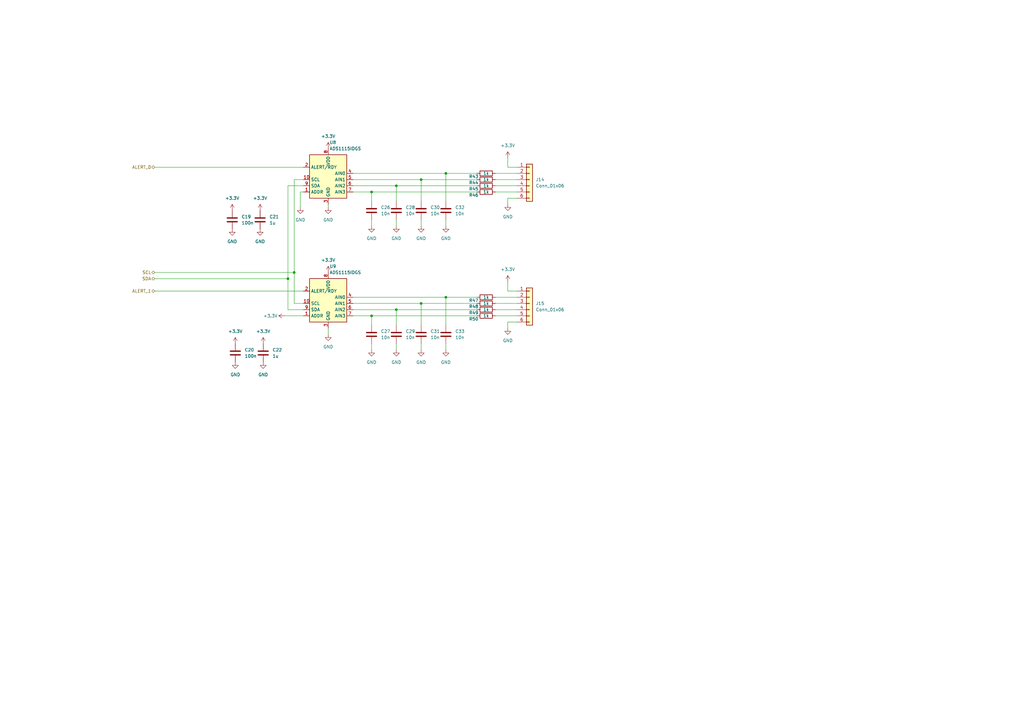
<source format=kicad_sch>
(kicad_sch (version 20211123) (generator eeschema)
  (paper "A3")
  (lib_symbols
    (symbol "Analog_ADC:ADS1115IDGS"
      (property "Reference" "U" (at 2.54 13.97 0))
      (property "Value" "ADS1115IDGS" (at 7.62 11.43 0))
      (symbol "ADS1115IDGS_0_1"
        (rectangle (start -7.62 10.16) (end 7.62 -7.62) (stroke (width 0.254)) (fill (type background)))
      )
      (symbol "ADS1115IDGS_1_1"
        (pin input line (at 10.16 -5.08 180) (length 2.54) (name "ADDR") (number "1"))
        (pin input line (at 10.16 0 180) (length 2.54) (name "SCL") (number "10"))
        (pin output line (at 10.16 5.08 180) (length 2.54) (name "ALERT/RDY") (number "2"))
        (pin power_in line (at 0 -10.16 90) (length 2.54) (name "GND") (number "3"))
        (pin input line (at -10.16 2.54 0) (length 2.54) (name "AIN0") (number "4"))
        (pin input line (at -10.16 0 0) (length 2.54) (name "AIN1") (number "5"))
        (pin input line (at -10.16 -2.54 0) (length 2.54) (name "AIN2") (number "6"))
        (pin input line (at -10.16 -5.08 0) (length 2.54) (name "AIN3") (number "7"))
        (pin power_in line (at 0 12.7 270) (length 2.54) (name "VDD") (number "8"))
        (pin bidirectional line (at 10.16 -2.54 180) (length 2.54) (name "SDA") (number "9"))
      )
    )
    (symbol "Connector_Generic:Conn_01x06" (pin_names (offset 1.016) hide)
      (property "Reference" "J" (at 0 7.62 0))
      (property "Value" "Conn_01x06" (at 0 -10.16 0))
      (symbol "Conn_01x06_1_1"
        (rectangle (start -1.27 -7.493) (end 0 -7.747) (stroke (width 0.1524)))
        (rectangle (start -1.27 -4.953) (end 0 -5.207) (stroke (width 0.1524)))
        (rectangle (start -1.27 -2.413) (end 0 -2.667) (stroke (width 0.1524)))
        (rectangle (start -1.27 0.127) (end 0 -0.127) (stroke (width 0.1524)))
        (rectangle (start -1.27 2.667) (end 0 2.413) (stroke (width 0.1524)))
        (rectangle (start -1.27 5.207) (end 0 4.953) (stroke (width 0.1524)))
        (rectangle (start -1.27 6.35) (end 1.27 -8.89) (stroke (width 0.254)) (fill (type background)))
        (pin passive line (at -5.08 5.08 0) (length 3.81) (name "Pin_1") (number "1"))
        (pin passive line (at -5.08 2.54 0) (length 3.81) (name "Pin_2") (number "2"))
        (pin passive line (at -5.08 0 0) (length 3.81) (name "Pin_3") (number "3"))
        (pin passive line (at -5.08 -2.54 0) (length 3.81) (name "Pin_4") (number "4"))
        (pin passive line (at -5.08 -5.08 0) (length 3.81) (name "Pin_5") (number "5"))
        (pin passive line (at -5.08 -7.62 0) (length 3.81) (name "Pin_6") (number "6"))
      )
    )
    (symbol "Device:C" (pin_numbers hide) (pin_names (offset 0.254))
      (property "Reference" "C" (at 0.635 2.54 0))
      (property "Value" "C" (at 0.635 -2.54 0))
      (symbol "C_0_1"
        (polyline (pts (xy -2.032 -0.762) (xy 2.032 -0.762)) (stroke (width 0.508)))
        (polyline (pts (xy -2.032 0.762) (xy 2.032 0.762)) (stroke (width 0.508)))
      )
      (symbol "C_1_1"
        (pin passive line (at 0 3.81 270) (length 2.794) (name "~") (number "1"))
        (pin passive line (at 0 -3.81 90) (length 2.794) (name "~") (number "2"))
      )
    )
    (symbol "Device:R" (pin_numbers hide) (pin_names (offset 0))
      (property "Reference" "R" (at 2.032 0 90))
      (property "Value" "R" (at 0 0 90))
      (symbol "R_0_1"
        (rectangle (start -1.016 -2.54) (end 1.016 2.54) (stroke (width 0.254)))
      )
      (symbol "R_1_1"
        (pin passive line (at 0 3.81 270) (length 1.27) (name "~") (number "1"))
        (pin passive line (at 0 -3.81 90) (length 1.27) (name "~") (number "2"))
      )
    )
    (symbol "power:+3.3V" (power) (pin_names (offset 0))
      (property "Value" "+3.3V" (at 0 3.556 0))
      (symbol "+3.3V_0_1"
        (polyline (pts (xy -0.762 1.27) (xy 0 2.54)))
        (polyline (pts (xy 0 0) (xy 0 2.54)))
        (polyline (pts (xy 0 2.54) (xy 0.762 1.27)))
      )
      (symbol "+3.3V_1_1"
        (pin power_in line (at 0 0 90) (length 0) hide (name "+3.3V") (number "1"))
      )
    )
    (symbol "power:GND" (power) (pin_names (offset 0))
      (property "Value" "GND" (at 0 -3.81 0))
      (symbol "GND_0_1"
        (polyline (pts (xy 0 0) (xy 0 -1.27) (xy 1.27 -1.27) (xy 0 -2.54) (xy -1.27 -1.27) (xy 0 -1.27)))
      )
      (symbol "GND_1_1"
        (pin power_in line (at 0 0 270) (length 0) hide (name "GND") (number "1"))
      )
    )
  )
  (junction (at 162.56 76.2))
  (junction (at 172.72 124.46))
  (junction (at 118.11 114.3))
  (junction (at 120.65 111.76))
  (junction (at 152.4 78.74))
  (junction (at 162.56 127))
  (junction (at 182.88 121.92))
  (junction (at 172.72 73.66))
  (junction (at 152.4 129.54))
  (junction (at 182.88 71.12))
  (wire (pts (xy 162.56 127) (xy 162.56 133.35)))
  (wire (pts (xy 144.78 121.92) (xy 182.88 121.92)))
  (wire (pts (xy 144.78 78.74) (xy 152.4 78.74)))
  (wire (pts (xy 152.4 129.54) (xy 152.4 133.35)))
  (wire (pts (xy 134.62 85.09) (xy 134.62 83.82)))
  (wire (pts (xy 172.72 124.46) (xy 172.72 133.35)))
  (wire (pts (xy 212.09 81.28) (xy 208.28 81.28)))
  (wire (pts (xy 212.09 71.12) (xy 203.2 71.12)))
  (wire (pts (xy 120.65 124.46) (xy 120.65 111.76)))
  (wire (pts (xy 124.46 76.2) (xy 118.11 76.2)))
  (wire (pts (xy 118.11 127) (xy 124.46 127)))
  (wire (pts (xy 120.65 73.66) (xy 120.65 111.76)))
  (wire (pts (xy 182.88 121.92) (xy 182.88 133.35)))
  (wire (pts (xy 212.09 68.58) (xy 208.28 68.58)))
  (wire (pts (xy 162.56 76.2) (xy 162.56 82.55)))
  (wire (pts (xy 144.78 71.12) (xy 182.88 71.12)))
  (wire (pts (xy 124.46 73.66) (xy 120.65 73.66)))
  (wire (pts (xy 63.5 68.58) (xy 124.46 68.58)))
  (wire (pts (xy 172.72 73.66) (xy 195.58 73.66)))
  (wire (pts (xy 144.78 73.66) (xy 172.72 73.66)))
  (wire (pts (xy 144.78 127) (xy 162.56 127)))
  (wire (pts (xy 162.56 127) (xy 195.58 127)))
  (wire (pts (xy 182.88 71.12) (xy 195.58 71.12)))
  (wire (pts (xy 208.28 68.58) (xy 208.28 64.77)))
  (wire (pts (xy 182.88 90.17) (xy 182.88 92.71)))
  (wire (pts (xy 152.4 90.17) (xy 152.4 92.71)))
  (wire (pts (xy 63.5 119.38) (xy 124.46 119.38)))
  (wire (pts (xy 144.78 129.54) (xy 152.4 129.54)))
  (wire (pts (xy 152.4 140.97) (xy 152.4 143.51)))
  (wire (pts (xy 212.09 129.54) (xy 203.2 129.54)))
  (wire (pts (xy 172.72 73.66) (xy 172.72 82.55)))
  (wire (pts (xy 212.09 132.08) (xy 208.28 132.08)))
  (wire (pts (xy 212.09 76.2) (xy 203.2 76.2)))
  (wire (pts (xy 152.4 78.74) (xy 152.4 82.55)))
  (wire (pts (xy 212.09 119.38) (xy 208.28 119.38)))
  (wire (pts (xy 144.78 76.2) (xy 162.56 76.2)))
  (wire (pts (xy 208.28 132.08) (xy 208.28 134.62)))
  (wire (pts (xy 172.72 124.46) (xy 195.58 124.46)))
  (wire (pts (xy 172.72 90.17) (xy 172.72 92.71)))
  (wire (pts (xy 116.84 129.54) (xy 124.46 129.54)))
  (wire (pts (xy 212.09 78.74) (xy 203.2 78.74)))
  (wire (pts (xy 212.09 127) (xy 203.2 127)))
  (wire (pts (xy 162.56 76.2) (xy 195.58 76.2)))
  (wire (pts (xy 182.88 121.92) (xy 195.58 121.92)))
  (wire (pts (xy 124.46 124.46) (xy 120.65 124.46)))
  (wire (pts (xy 212.09 124.46) (xy 203.2 124.46)))
  (wire (pts (xy 152.4 129.54) (xy 195.58 129.54)))
  (wire (pts (xy 208.28 81.28) (xy 208.28 83.82)))
  (wire (pts (xy 212.09 121.92) (xy 203.2 121.92)))
  (wire (pts (xy 123.19 85.09) (xy 123.19 78.74)))
  (wire (pts (xy 144.78 124.46) (xy 172.72 124.46)))
  (wire (pts (xy 152.4 78.74) (xy 195.58 78.74)))
  (wire (pts (xy 63.5 114.3) (xy 118.11 114.3)))
  (wire (pts (xy 63.5 111.76) (xy 120.65 111.76)))
  (wire (pts (xy 123.19 78.74) (xy 124.46 78.74)))
  (wire (pts (xy 134.62 137.16) (xy 134.62 134.62)))
  (wire (pts (xy 118.11 76.2) (xy 118.11 114.3)))
  (wire (pts (xy 162.56 140.97) (xy 162.56 143.51)))
  (wire (pts (xy 172.72 140.97) (xy 172.72 143.51)))
  (wire (pts (xy 162.56 90.17) (xy 162.56 92.71)))
  (wire (pts (xy 118.11 114.3) (xy 118.11 127)))
  (wire (pts (xy 208.28 119.38) (xy 208.28 115.57)))
  (wire (pts (xy 182.88 140.97) (xy 182.88 143.51)))
  (wire (pts (xy 182.88 71.12) (xy 182.88 82.55)))
  (wire (pts (xy 212.09 73.66) (xy 203.2 73.66)))
  (hierarchical_label "ALERT_0" (shape bidirectional) (at 63.5 68.58 180))
  (hierarchical_label "SCL" (shape bidirectional) (at 63.5 111.76 180))
  (hierarchical_label "SDA" (shape bidirectional) (at 63.5 114.3 180))
  (hierarchical_label "ALERT_1" (shape bidirectional) (at 63.5 119.38 180))
  (symbol (lib_id "power:GND") (at 134.62 85.09 0) (unit 1)
    (property "Reference" "#PWR030" (effects hide))
    (property "Value" "GND" (at 134.62 90.17 0))
  )
  (symbol (lib_id "Device:C") (at 107.95 144.78 0) (unit 1)
    (property "Reference" "C22" (at 111.76 143.5099 0) (effects (justify left)))
    (property "Value" "1u" (at 111.76 146.0499 0) (effects (justify left)))
    (property "Footprint" "Capacitor_SMD:C_0603_1608Metric" (effects hide))
  )
  (symbol (lib_id "power:+3.3V") (at 134.62 60.96 0) (unit 1)
    (property "Reference" "#PWR029" (effects hide))
    (property "Value" "+3.3V" (at 134.62 55.88 0))
  )
  (symbol (lib_id "power:GND") (at 134.62 137.16 0) (unit 1)
    (property "Reference" "#PWR032" (effects hide))
    (property "Value" "GND" (at 134.62 142.24 0))
  )
  (symbol (lib_id "Device:R") (at 199.39 121.92 90) (unit 1)
    (property "Reference" "R47" (at 194.31 123.19 90))
    (property "Value" "1k" (at 199.39 121.92 90))
    (property "Footprint" "Resistor_SMD:R_0603_1608Metric" (effects hide))
  )
  (symbol (lib_id "power:GND") (at 162.56 143.51 0) (unit 1)
    (property "Reference" "#PWR077" (effects hide))
    (property "Value" "GND" (at 162.56 148.59 0))
  )
  (symbol (lib_id "power:GND") (at 152.4 92.71 0) (unit 1)
    (property "Reference" "#PWR074" (effects hide))
    (property "Value" "GND" (at 152.4 97.79 0))
  )
  (symbol (lib_id "Device:C") (at 152.4 137.16 0) (unit 1)
    (property "Reference" "C27" (at 156.21 135.8899 0) (effects (justify left)))
    (property "Value" "10n" (at 156.21 138.4299 0) (effects (justify left)))
    (property "Footprint" "Capacitor_SMD:C_0603_1608Metric" (effects hide))
  )
  (symbol (lib_id "Device:R") (at 199.39 124.46 90) (unit 1)
    (property "Reference" "R48" (at 194.31 125.73 90))
    (property "Value" "1k" (at 199.39 124.46 90))
    (property "Footprint" "Resistor_SMD:R_0603_1608Metric" (effects hide))
  )
  (symbol (lib_id "power:GND") (at 208.28 83.82 0) (unit 1)
    (property "Reference" "#PWR083" (effects hide))
    (property "Value" "GND" (at 208.28 88.9 0))
  )
  (symbol (lib_id "power:GND") (at 106.68 93.98 0) (unit 1)
    (property "Reference" "#PWR026" (effects hide))
    (property "Value" "GND" (at 106.68 99.06 0))
  )
  (symbol (lib_id "power:+3.3V") (at 116.84 129.54 90) (unit 1)
    (property "Reference" "#PWR072" (effects hide))
    (property "Value" "+3.3V" (at 107.95 129.54 90) (effects (justify right)))
  )
  (symbol (lib_id "power:+3.3V") (at 208.28 64.77 0) (unit 1)
    (property "Reference" "#PWR082" (effects hide))
    (property "Value" "+3.3V" (at 208.28 59.69 0))
  )
  (symbol (lib_id "power:GND") (at 162.56 92.71 0) (unit 1)
    (property "Reference" "#PWR076" (effects hide))
    (property "Value" "GND" (at 162.56 97.79 0))
  )
  (symbol (lib_id "Device:C") (at 162.56 86.36 0) (unit 1)
    (property "Reference" "C28" (at 166.37 85.0899 0) (effects (justify left)))
    (property "Value" "10n" (at 166.37 87.6299 0) (effects (justify left)))
    (property "Footprint" "Capacitor_SMD:C_0603_1608Metric" (effects hide))
  )
  (symbol (lib_id "power:+3.3V") (at 134.62 111.76 0) (unit 1)
    (property "Reference" "#PWR031" (effects hide))
    (property "Value" "+3.3V" (at 134.62 106.68 0))
  )
  (symbol (lib_id "power:+3.3V") (at 107.95 140.97 0) (unit 1)
    (property "Reference" "#PWR027" (effects hide))
    (property "Value" "+3.3V" (at 107.95 135.89 0))
  )
  (symbol (lib_id "power:+3.3V") (at 95.25 86.36 0) (unit 1)
    (property "Reference" "#PWR021" (effects hide))
    (property "Value" "+3.3V" (at 95.25 81.28 0))
  )
  (symbol (lib_id "power:GND") (at 95.25 93.98 0) (unit 1)
    (property "Reference" "#PWR022" (effects hide))
    (property "Value" "GND" (at 95.25 99.06 0))
  )
  (symbol (lib_id "power:GND") (at 96.52 148.59 0) (unit 1)
    (property "Reference" "#PWR024" (effects hide))
    (property "Value" "GND" (at 96.52 153.67 0))
  )
  (symbol (lib_id "Analog_ADC:ADS1115IDGS") (at 134.62 73.66 0) (mirror y) (unit 1)
    (property "Reference" "U8" (at 135.1406 58.42 0) (effects (justify right)))
    (property "Value" "ADS1115IDGS" (at 135.1406 60.96 0) (effects (justify right)))
    (property "Footprint" "Package_SO:TSSOP-10_3x3mm_P0.5mm" (effects hide))
    (property "Datasheet" "http://www.ti.com/lit/ds/symlink/ads1113.pdf" (effects hide))
  )
  (symbol (lib_id "Connector_Generic:Conn_01x06") (at 217.17 124.46 0) (unit 1)
    (property "Reference" "J15" (at 219.71 124.4599 0) (effects (justify left)))
    (property "Value" "Conn_01x06" (at 219.71 126.9999 0) (effects (justify left)))
    (property "Footprint" "Connector_JST:JST_XA_B06B-XASK-1_1x06_P2.50mm_Vertical" (effects hide))
  )
  (symbol (lib_id "Device:C") (at 182.88 86.36 0) (unit 1)
    (property "Reference" "C32" (at 186.69 85.0899 0) (effects (justify left)))
    (property "Value" "10n" (at 186.69 87.6299 0) (effects (justify left)))
    (property "Footprint" "Capacitor_SMD:C_0603_1608Metric" (effects hide))
  )
  (symbol (lib_id "Device:R") (at 199.39 129.54 90) (unit 1)
    (property "Reference" "R50" (at 194.31 130.81 90))
    (property "Value" "1k" (at 199.39 129.54 90))
    (property "Footprint" "Resistor_SMD:R_0603_1608Metric" (effects hide))
  )
  (symbol (lib_id "Device:R") (at 199.39 127 90) (unit 1)
    (property "Reference" "R49" (at 194.31 128.27 90))
    (property "Value" "1k" (at 199.39 127 90))
    (property "Footprint" "Resistor_SMD:R_0603_1608Metric" (effects hide))
  )
  (symbol (lib_id "Device:C") (at 96.52 144.78 0) (unit 1)
    (property "Reference" "C20" (at 100.33 143.5099 0) (effects (justify left)))
    (property "Value" "100n" (at 100.33 146.0499 0) (effects (justify left)))
    (property "Footprint" "Capacitor_SMD:C_0603_1608Metric" (effects hide))
  )
  (symbol (lib_id "power:+3.3V") (at 96.52 140.97 0) (unit 1)
    (property "Reference" "#PWR023" (effects hide))
    (property "Value" "+3.3V" (at 96.52 135.89 0))
  )
  (symbol (lib_id "Device:R") (at 199.39 73.66 90) (unit 1)
    (property "Reference" "R44" (at 194.31 74.93 90))
    (property "Value" "1k" (at 199.39 73.66 90))
    (property "Footprint" "Resistor_SMD:R_0603_1608Metric" (effects hide))
  )
  (symbol (lib_id "power:GND") (at 182.88 92.71 0) (unit 1)
    (property "Reference" "#PWR080" (effects hide))
    (property "Value" "GND" (at 182.88 97.79 0))
  )
  (symbol (lib_id "power:GND") (at 208.28 134.62 0) (unit 1)
    (property "Reference" "#PWR085" (effects hide))
    (property "Value" "GND" (at 208.28 139.7 0))
  )
  (symbol (lib_id "power:+3.3V") (at 208.28 115.57 0) (unit 1)
    (property "Reference" "#PWR084" (effects hide))
    (property "Value" "+3.3V" (at 208.28 110.49 0))
  )
  (symbol (lib_id "Device:R") (at 199.39 76.2 90) (unit 1)
    (property "Reference" "R45" (at 194.31 77.47 90))
    (property "Value" "1k" (at 199.39 76.2 90))
    (property "Footprint" "Resistor_SMD:R_0603_1608Metric" (effects hide))
  )
  (symbol (lib_id "power:GND") (at 107.95 148.59 0) (unit 1)
    (property "Reference" "#PWR028" (effects hide))
    (property "Value" "GND" (at 107.95 153.67 0))
  )
  (symbol (lib_id "power:GND") (at 182.88 143.51 0) (unit 1)
    (property "Reference" "#PWR081" (effects hide))
    (property "Value" "GND" (at 182.88 148.59 0))
  )
  (symbol (lib_id "Device:R") (at 199.39 71.12 90) (unit 1)
    (property "Reference" "R43" (at 194.31 72.39 90))
    (property "Value" "1k" (at 199.39 71.12 90))
    (property "Footprint" "Resistor_SMD:R_0603_1608Metric" (effects hide))
  )
  (symbol (lib_id "power:GND") (at 152.4 143.51 0) (unit 1)
    (property "Reference" "#PWR075" (effects hide))
    (property "Value" "GND" (at 152.4 148.59 0))
  )
  (symbol (lib_id "Device:C") (at 152.4 86.36 0) (unit 1)
    (property "Reference" "C26" (at 156.21 85.0899 0) (effects (justify left)))
    (property "Value" "10n" (at 156.21 87.6299 0) (effects (justify left)))
    (property "Footprint" "Capacitor_SMD:C_0603_1608Metric" (effects hide))
  )
  (symbol (lib_id "Analog_ADC:ADS1115IDGS") (at 134.62 124.46 0) (mirror y) (unit 1)
    (property "Reference" "U9" (at 135.1406 109.22 0) (effects (justify right)))
    (property "Value" "ADS1115IDGS" (at 135.1406 111.76 0) (effects (justify right)))
    (property "Footprint" "Package_SO:TSSOP-10_3x3mm_P0.5mm" (effects hide))
    (property "Datasheet" "http://www.ti.com/lit/ds/symlink/ads1113.pdf" (effects hide))
  )
  (symbol (lib_id "Device:C") (at 172.72 137.16 0) (unit 1)
    (property "Reference" "C31" (at 176.53 135.8899 0) (effects (justify left)))
    (property "Value" "10n" (at 176.53 138.4299 0) (effects (justify left)))
    (property "Footprint" "Capacitor_SMD:C_0603_1608Metric" (effects hide))
  )
  (symbol (lib_id "Device:C") (at 106.68 90.17 0) (unit 1)
    (property "Reference" "C21" (at 110.49 88.8999 0) (effects (justify left)))
    (property "Value" "1u" (at 110.49 91.4399 0) (effects (justify left)))
    (property "Footprint" "Capacitor_SMD:C_0603_1608Metric" (effects hide))
  )
  (symbol (lib_id "power:GND") (at 172.72 92.71 0) (unit 1)
    (property "Reference" "#PWR078" (effects hide))
    (property "Value" "GND" (at 172.72 97.79 0))
  )
  (symbol (lib_id "Device:C") (at 172.72 86.36 0) (unit 1)
    (property "Reference" "C30" (at 176.53 85.0899 0) (effects (justify left)))
    (property "Value" "10n" (at 176.53 87.6299 0) (effects (justify left)))
    (property "Footprint" "Capacitor_SMD:C_0603_1608Metric" (effects hide))
  )
  (symbol (lib_id "Device:C") (at 182.88 137.16 0) (unit 1)
    (property "Reference" "C33" (at 186.69 135.8899 0) (effects (justify left)))
    (property "Value" "10n" (at 186.69 138.4299 0) (effects (justify left)))
    (property "Footprint" "Capacitor_SMD:C_0603_1608Metric" (effects hide))
  )
  (symbol (lib_id "power:+3.3V") (at 106.68 86.36 0) (unit 1)
    (property "Reference" "#PWR025" (effects hide))
    (property "Value" "+3.3V" (at 106.68 81.28 0))
  )
  (symbol (lib_id "Connector_Generic:Conn_01x06") (at 217.17 73.66 0) (unit 1)
    (property "Reference" "J14" (at 219.71 73.6599 0) (effects (justify left)))
    (property "Value" "Conn_01x06" (at 219.71 76.1999 0) (effects (justify left)))
    (property "Footprint" "Connector_JST:JST_XA_B06B-XASK-1_1x06_P2.50mm_Vertical" (effects hide))
  )
  (symbol (lib_id "power:GND") (at 172.72 143.51 0) (unit 1)
    (property "Reference" "#PWR079" (effects hide))
    (property "Value" "GND" (at 172.72 148.59 0))
  )
  (symbol (lib_id "Device:R") (at 199.39 78.74 90) (unit 1)
    (property "Reference" "R46" (at 194.31 80.01 90))
    (property "Value" "1k" (at 199.39 78.74 90))
    (property "Footprint" "Resistor_SMD:R_0603_1608Metric" (effects hide))
  )
  (symbol (lib_id "Device:C") (at 95.25 90.17 0) (unit 1)
    (property "Reference" "C19" (at 99.06 88.8999 0) (effects (justify left)))
    (property "Value" "100n" (at 99.06 91.4399 0) (effects (justify left)))
    (property "Footprint" "Capacitor_SMD:C_0603_1608Metric" (effects hide))
  )
  (symbol (lib_id "Device:C") (at 162.56 137.16 0) (unit 1)
    (property "Reference" "C29" (at 166.37 135.8899 0) (effects (justify left)))
    (property "Value" "10n" (at 166.37 138.4299 0) (effects (justify left)))
    (property "Footprint" "Capacitor_SMD:C_0603_1608Metric" (effects hide))
  )
  (symbol (lib_id "power:GND") (at 123.19 85.09 0) (unit 1)
    (property "Reference" "#PWR073" (effects hide))
    (property "Value" "GND" (at 123.19 90.17 0))
  )
)
</source>
